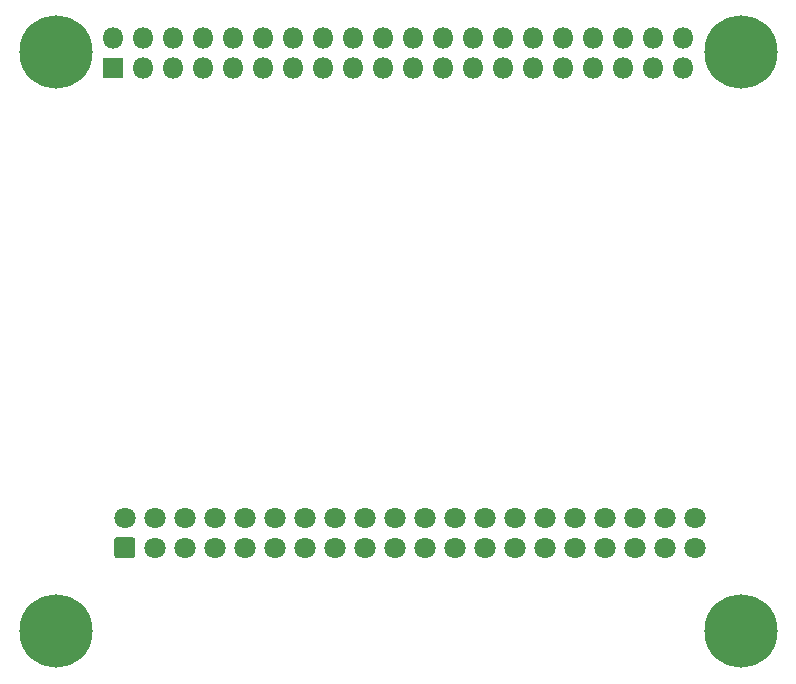
<source format=gbs>
%TF.GenerationSoftware,KiCad,Pcbnew,5.1.6*%
%TF.CreationDate,2020-07-11T21:42:10+02:00*%
%TF.ProjectId,IDEHat,49444548-6174-42e6-9b69-6361645f7063,rev?*%
%TF.SameCoordinates,Original*%
%TF.FileFunction,Soldermask,Bot*%
%TF.FilePolarity,Negative*%
%FSLAX46Y46*%
G04 Gerber Fmt 4.6, Leading zero omitted, Abs format (unit mm)*
G04 Created by KiCad (PCBNEW 5.1.6) date 2020-07-11 21:42:10*
%MOMM*%
%LPD*%
G01*
G04 APERTURE LIST*
%ADD10C,6.200000*%
%ADD11C,1.800000*%
%ADD12R,1.800000X1.800000*%
%ADD13O,1.800000X1.800000*%
G04 APERTURE END LIST*
D10*
%TO.C,*%
X106392628Y-180655875D03*
%TD*%
%TO.C,*%
X48392628Y-131655876D03*
%TD*%
%TO.C,*%
X48392627Y-180655877D03*
%TD*%
%TO.C,*%
X106392628Y-131655876D03*
%TD*%
D11*
%TO.C,J2*%
X102494241Y-171047564D03*
X99954241Y-171047564D03*
X97414241Y-171047564D03*
X94874241Y-171047564D03*
X92334241Y-171047564D03*
X89794241Y-171047564D03*
X87254241Y-171047564D03*
X84714241Y-171047564D03*
X82174241Y-171047564D03*
X79634241Y-171047564D03*
X77094241Y-171047564D03*
X74554241Y-171047564D03*
X72014241Y-171047564D03*
X69474241Y-171047564D03*
X66934241Y-171047564D03*
X64394241Y-171047564D03*
X61854241Y-171047564D03*
X59314241Y-171047564D03*
X56774241Y-171047564D03*
X54234241Y-171047564D03*
X102494241Y-173587564D03*
X99954241Y-173587564D03*
X97414241Y-173587564D03*
X94874241Y-173587564D03*
X92334241Y-173587564D03*
X89794241Y-173587564D03*
X87254241Y-173587564D03*
X84714241Y-173587564D03*
X82174241Y-173587564D03*
X79634241Y-173587564D03*
X77094241Y-173587564D03*
X74554241Y-173587564D03*
X72014241Y-173587564D03*
X69474241Y-173587564D03*
X66934241Y-173587564D03*
X64394241Y-173587564D03*
X61854241Y-173587564D03*
X59314241Y-173587564D03*
X56774241Y-173587564D03*
G36*
G01*
X54869535Y-174487564D02*
X53598947Y-174487564D01*
G75*
G02*
X53334241Y-174222858I0J264706D01*
G01*
X53334241Y-172952270D01*
G75*
G02*
X53598947Y-172687564I264706J0D01*
G01*
X54869535Y-172687564D01*
G75*
G02*
X55134241Y-172952270I0J-264706D01*
G01*
X55134241Y-174222858D01*
G75*
G02*
X54869535Y-174487564I-264706J0D01*
G01*
G37*
%TD*%
D12*
%TO.C,J1*%
X53245628Y-132969876D03*
D13*
X53245628Y-130429876D03*
X55785628Y-132969876D03*
X55785628Y-130429876D03*
X58325628Y-132969876D03*
X58325628Y-130429876D03*
X60865628Y-132969876D03*
X60865628Y-130429876D03*
X63405628Y-132969876D03*
X63405628Y-130429876D03*
X65945628Y-132969876D03*
X65945628Y-130429876D03*
X68485628Y-132969876D03*
X68485628Y-130429876D03*
X71025628Y-132969876D03*
X71025628Y-130429876D03*
X73565628Y-132969876D03*
X73565628Y-130429876D03*
X76105628Y-132969876D03*
X76105628Y-130429876D03*
X78645628Y-132969876D03*
X78645628Y-130429876D03*
X81185628Y-132969876D03*
X81185628Y-130429876D03*
X83725628Y-132969876D03*
X83725628Y-130429876D03*
X86265628Y-132969876D03*
X86265628Y-130429876D03*
X88805628Y-132969876D03*
X88805628Y-130429876D03*
X91345628Y-132969876D03*
X91345628Y-130429876D03*
X93885628Y-132969876D03*
X93885628Y-130429876D03*
X96425628Y-132969876D03*
X96425628Y-130429876D03*
X98965628Y-132969876D03*
X98965628Y-130429876D03*
X101505628Y-132969876D03*
X101505628Y-130429876D03*
%TD*%
M02*

</source>
